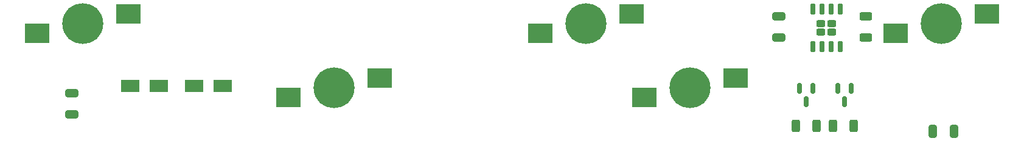
<source format=gbr>
%TF.GenerationSoftware,KiCad,Pcbnew,(6.0.1-0)*%
%TF.CreationDate,2022-02-14T10:28:33+01:00*%
%TF.ProjectId,UV_LED_stencil,55565f4c-4544-45f7-9374-656e63696c2e,V1.0*%
%TF.SameCoordinates,Original*%
%TF.FileFunction,Paste,Top*%
%TF.FilePolarity,Positive*%
%FSLAX46Y46*%
G04 Gerber Fmt 4.6, Leading zero omitted, Abs format (unit mm)*
G04 Created by KiCad (PCBNEW (6.0.1-0)) date 2022-02-14 10:28:33*
%MOMM*%
%LPD*%
G01*
G04 APERTURE LIST*
G04 Aperture macros list*
%AMRoundRect*
0 Rectangle with rounded corners*
0 $1 Rounding radius*
0 $2 $3 $4 $5 $6 $7 $8 $9 X,Y pos of 4 corners*
0 Add a 4 corners polygon primitive as box body*
4,1,4,$2,$3,$4,$5,$6,$7,$8,$9,$2,$3,0*
0 Add four circle primitives for the rounded corners*
1,1,$1+$1,$2,$3*
1,1,$1+$1,$4,$5*
1,1,$1+$1,$6,$7*
1,1,$1+$1,$8,$9*
0 Add four rect primitives between the rounded corners*
20,1,$1+$1,$2,$3,$4,$5,0*
20,1,$1+$1,$4,$5,$6,$7,0*
20,1,$1+$1,$6,$7,$8,$9,0*
20,1,$1+$1,$8,$9,$2,$3,0*%
G04 Aperture macros list end*
%ADD10R,3.500000X2.700000*%
%ADD11C,5.700000*%
%ADD12RoundRect,0.250000X0.625000X-0.312500X0.625000X0.312500X-0.625000X0.312500X-0.625000X-0.312500X0*%
%ADD13RoundRect,0.250000X-0.312500X-0.625000X0.312500X-0.625000X0.312500X0.625000X-0.312500X0.625000X0*%
%ADD14RoundRect,0.242500X0.382500X-0.242500X0.382500X0.242500X-0.382500X0.242500X-0.382500X-0.242500X0*%
%ADD15RoundRect,0.150000X0.150000X-0.650000X0.150000X0.650000X-0.150000X0.650000X-0.150000X-0.650000X0*%
%ADD16RoundRect,0.150000X-0.150000X0.587500X-0.150000X-0.587500X0.150000X-0.587500X0.150000X0.587500X0*%
%ADD17R,2.500000X1.800000*%
%ADD18RoundRect,0.250000X0.325000X0.650000X-0.325000X0.650000X-0.325000X-0.650000X0.325000X-0.650000X0*%
%ADD19RoundRect,0.250000X0.312500X0.625000X-0.312500X0.625000X-0.312500X-0.625000X0.312500X-0.625000X0*%
%ADD20RoundRect,0.250000X0.650000X-0.325000X0.650000X0.325000X-0.650000X0.325000X-0.650000X-0.325000X0*%
G04 APERTURE END LIST*
D10*
%TO.C,D5*%
X128570000Y-115744000D03*
X115870000Y-118444000D03*
D11*
X122220000Y-117094000D03*
%TD*%
D12*
%TO.C,R3*%
X146685000Y-110047500D03*
X146685000Y-107122500D03*
%TD*%
D13*
%TO.C,R2*%
X142109000Y-122428000D03*
X145034000Y-122428000D03*
%TD*%
D10*
%TO.C,D1*%
X79075000Y-115744000D03*
X66375000Y-118444000D03*
D11*
X72725000Y-117094000D03*
%TD*%
D14*
%TO.C,IC1*%
X140449000Y-108112000D03*
X141999000Y-108112000D03*
X140449000Y-109312000D03*
X141999000Y-109312000D03*
D15*
X139319000Y-111362000D03*
X140589000Y-111362000D03*
X141859000Y-111362000D03*
X143129000Y-111362000D03*
X143129000Y-106062000D03*
X141859000Y-106062000D03*
X140589000Y-106062000D03*
X139319000Y-106062000D03*
%TD*%
D16*
%TO.C,Q2*%
X144714000Y-117172500D03*
X142814000Y-117172500D03*
X143764000Y-119047500D03*
%TD*%
D17*
%TO.C,D14*%
X44355000Y-116840000D03*
X48355000Y-116840000D03*
%TD*%
D10*
%TO.C,D8*%
X114081000Y-106790000D03*
X101381000Y-109490000D03*
D11*
X107731000Y-108140000D03*
%TD*%
D18*
%TO.C,C3*%
X158955000Y-123190000D03*
X156005000Y-123190000D03*
%TD*%
D10*
%TO.C,D12*%
X163576000Y-106790000D03*
X150876000Y-109490000D03*
D11*
X157226000Y-108140000D03*
%TD*%
D10*
%TO.C,D7*%
X44081000Y-106790000D03*
X31381000Y-109490000D03*
D11*
X37731000Y-108140000D03*
%TD*%
D16*
%TO.C,Q1*%
X139380000Y-117172500D03*
X137480000Y-117172500D03*
X138430000Y-119047500D03*
%TD*%
D19*
%TO.C,R1*%
X139892500Y-122428000D03*
X136967500Y-122428000D03*
%TD*%
D20*
%TO.C,C1*%
X134620000Y-110060000D03*
X134620000Y-107110000D03*
%TD*%
%TO.C,C2*%
X36195000Y-120855000D03*
X36195000Y-117905000D03*
%TD*%
D17*
%TO.C,D15*%
X57245000Y-116840000D03*
X53245000Y-116840000D03*
%TD*%
M02*

</source>
